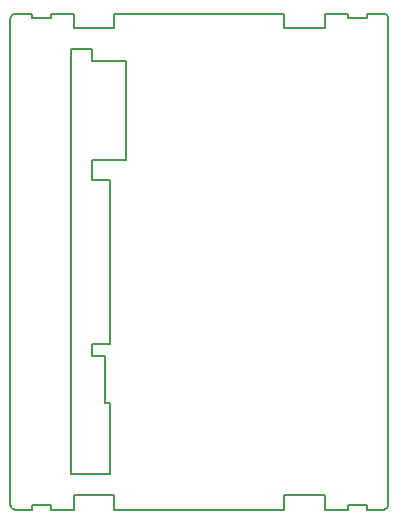
<source format=gm1>
G04 #@! TF.GenerationSoftware,KiCad,Pcbnew,(5.1.9)-1*
G04 #@! TF.CreationDate,2023-02-03T01:35:12+01:00*
G04 #@! TF.ProjectId,Prog,50726f67-2e6b-4696-9361-645f70636258,rev?*
G04 #@! TF.SameCoordinates,PXd59f80PYd59f80*
G04 #@! TF.FileFunction,Profile,NP*
%FSLAX46Y46*%
G04 Gerber Fmt 4.6, Leading zero omitted, Abs format (unit mm)*
G04 Created by KiCad (PCBNEW (5.1.9)-1) date 2023-02-03 01:35:12*
%MOMM*%
%LPD*%
G01*
G04 APERTURE LIST*
G04 #@! TA.AperFunction,Profile*
%ADD10C,0.150000*%
G04 #@! TD*
G04 APERTURE END LIST*
D10*
X8400000Y-39000000D02*
X5100000Y-39000000D01*
X8400000Y-33000000D02*
X8400000Y-39000000D01*
X8000000Y-33000000D02*
X8400000Y-33000000D01*
X8000000Y-29000000D02*
X8000000Y-33000000D01*
X8000000Y-29000000D02*
X6900000Y-29000000D01*
X6900000Y-28000000D02*
X6900000Y-29000000D01*
X8400000Y-28000000D02*
X6900000Y-28000000D01*
X8400000Y-14100000D02*
X8400000Y-28000000D01*
X8400000Y-14100000D02*
X6900000Y-14100000D01*
X6900000Y-14100000D02*
X6900000Y-12400000D01*
X9800000Y-12400000D02*
X6900000Y-12400000D01*
X9800000Y-4000000D02*
X9800000Y-12400000D01*
X9800000Y-4000000D02*
X6900000Y-4000000D01*
X6900000Y-4000000D02*
X6900000Y-3000000D01*
X5100000Y-3000000D02*
X6900000Y-3000000D01*
X5100000Y-3000000D02*
X5100000Y-39000000D01*
X32000000Y-41600000D02*
X32000000Y-400000D01*
X0Y-41600000D02*
X0Y-400000D01*
X28600000Y-41600000D02*
X28600000Y-42000000D01*
X5400000Y-40800000D02*
X8800000Y-40800000D01*
X23200000Y-42000000D02*
X23200000Y-40800000D01*
X28600000Y-42000000D02*
X26600000Y-42000000D01*
X23200000Y-40800000D02*
X26600000Y-40800000D01*
X8800000Y-40800000D02*
X8800000Y-42000000D01*
X23200000Y-42000000D02*
X8800000Y-42000000D01*
X26600000Y-40800000D02*
X26600000Y-42000000D01*
X32000000Y-41600000D02*
G75*
G02*
X31600000Y-42000000I-400000J0D01*
G01*
X5400000Y-42000000D02*
X5400000Y-40800000D01*
X5400000Y-42000000D02*
X3400000Y-42000000D01*
X3400000Y-41600000D02*
X3400000Y-42000000D01*
X1800000Y-42000000D02*
X400000Y-42000000D01*
X31600000Y-42000000D02*
X30200000Y-42000000D01*
X1800000Y-41600000D02*
X3400000Y-41600000D01*
X400000Y-42000000D02*
G75*
G02*
X0Y-41600000I0J400000D01*
G01*
X1800000Y-41600000D02*
X1800000Y-42000000D01*
X28600000Y-41600000D02*
X30200000Y-41600000D01*
X30200000Y-41600000D02*
X30200000Y-42000000D01*
X8800000Y0D02*
X23200000Y0D01*
X8800000Y-1200000D02*
X5400000Y-1200000D01*
X5400000Y-1200000D02*
X5400000Y0D01*
X8800000Y0D02*
X8800000Y-1200000D01*
X23200000Y-1200000D02*
X23200000Y0D01*
X26600000Y-1200000D02*
X23200000Y-1200000D01*
X3400000Y0D02*
X5400000Y0D01*
X3400000Y-400000D02*
X3400000Y0D01*
X400000Y0D02*
X1800000Y0D01*
X3400000Y-400000D02*
X1800000Y-400000D01*
X1800000Y-400000D02*
X1800000Y0D01*
X26600000Y0D02*
X28600000Y0D01*
X26600000Y0D02*
X26600000Y-1200000D01*
X30200000Y0D02*
X31600000Y0D01*
X30200000Y-400000D02*
X30200000Y0D01*
X28600000Y-400000D02*
X28600000Y0D01*
X30200000Y-400000D02*
X28600000Y-400000D01*
X0Y-400000D02*
G75*
G02*
X400000Y0I400000J0D01*
G01*
X31600000Y0D02*
G75*
G02*
X32000000Y-400000I0J-400000D01*
G01*
M02*

</source>
